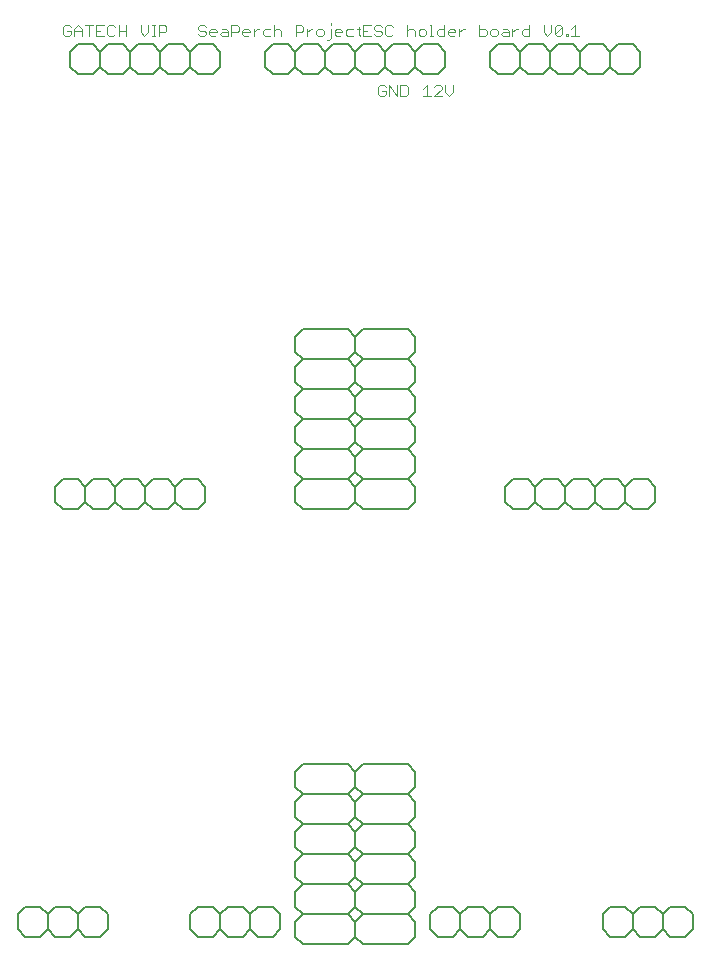
<source format=gto>
G75*
%MOIN*%
%OFA0B0*%
%FSLAX25Y25*%
%IPPOS*%
%LPD*%
%AMOC8*
5,1,8,0,0,1.08239X$1,22.5*
%
%ADD10C,0.00300*%
%ADD11C,0.00600*%
D10*
X0126267Y0290017D02*
X0127502Y0290017D01*
X0128119Y0290634D01*
X0128119Y0291868D01*
X0126884Y0291868D01*
X0125650Y0290634D02*
X0126267Y0290017D01*
X0125650Y0290634D02*
X0125650Y0293103D01*
X0126267Y0293720D01*
X0127502Y0293720D01*
X0128119Y0293103D01*
X0129333Y0293720D02*
X0131802Y0290017D01*
X0131802Y0293720D01*
X0133016Y0293720D02*
X0133016Y0290017D01*
X0134868Y0290017D01*
X0135485Y0290634D01*
X0135485Y0293103D01*
X0134868Y0293720D01*
X0133016Y0293720D01*
X0129333Y0293720D02*
X0129333Y0290017D01*
X0140650Y0290017D02*
X0143119Y0290017D01*
X0144333Y0290017D02*
X0146802Y0292485D01*
X0146802Y0293103D01*
X0146185Y0293720D01*
X0144950Y0293720D01*
X0144333Y0293103D01*
X0141884Y0293720D02*
X0141884Y0290017D01*
X0144333Y0290017D02*
X0146802Y0290017D01*
X0148016Y0291251D02*
X0149251Y0290017D01*
X0150485Y0291251D01*
X0150485Y0293720D01*
X0148016Y0293720D02*
X0148016Y0291251D01*
X0141884Y0293720D02*
X0140650Y0292485D01*
X0140917Y0310017D02*
X0141534Y0310634D01*
X0141534Y0311868D01*
X0140917Y0312485D01*
X0139683Y0312485D01*
X0139066Y0311868D01*
X0139066Y0310634D01*
X0139683Y0310017D01*
X0140917Y0310017D01*
X0142749Y0310017D02*
X0143983Y0310017D01*
X0143366Y0310017D02*
X0143366Y0313720D01*
X0142749Y0313720D01*
X0145204Y0311868D02*
X0145821Y0312485D01*
X0147673Y0312485D01*
X0147673Y0313720D02*
X0147673Y0310017D01*
X0145821Y0310017D01*
X0145204Y0310634D01*
X0145204Y0311868D01*
X0148887Y0311868D02*
X0149505Y0312485D01*
X0150739Y0312485D01*
X0151356Y0311868D01*
X0151356Y0311251D01*
X0148887Y0311251D01*
X0148887Y0310634D02*
X0148887Y0311868D01*
X0148887Y0310634D02*
X0149505Y0310017D01*
X0150739Y0310017D01*
X0152571Y0310017D02*
X0152571Y0312485D01*
X0152571Y0311251D02*
X0153805Y0312485D01*
X0154422Y0312485D01*
X0159323Y0312485D02*
X0161175Y0312485D01*
X0161792Y0311868D01*
X0161792Y0310634D01*
X0161175Y0310017D01*
X0159323Y0310017D01*
X0159323Y0313720D01*
X0163006Y0311868D02*
X0163006Y0310634D01*
X0163623Y0310017D01*
X0164858Y0310017D01*
X0165475Y0310634D01*
X0165475Y0311868D01*
X0164858Y0312485D01*
X0163623Y0312485D01*
X0163006Y0311868D01*
X0166689Y0310634D02*
X0167306Y0311251D01*
X0169158Y0311251D01*
X0169158Y0311868D02*
X0169158Y0310017D01*
X0167306Y0310017D01*
X0166689Y0310634D01*
X0167306Y0312485D02*
X0168541Y0312485D01*
X0169158Y0311868D01*
X0170372Y0311251D02*
X0171607Y0312485D01*
X0172224Y0312485D01*
X0173442Y0311868D02*
X0174059Y0312485D01*
X0175910Y0312485D01*
X0175910Y0313720D02*
X0175910Y0310017D01*
X0174059Y0310017D01*
X0173442Y0310634D01*
X0173442Y0311868D01*
X0170372Y0312485D02*
X0170372Y0310017D01*
X0180808Y0311251D02*
X0182042Y0310017D01*
X0183277Y0311251D01*
X0183277Y0313720D01*
X0184491Y0313103D02*
X0185108Y0313720D01*
X0186343Y0313720D01*
X0186960Y0313103D01*
X0184491Y0310634D01*
X0185108Y0310017D01*
X0186343Y0310017D01*
X0186960Y0310634D01*
X0186960Y0313103D01*
X0184491Y0313103D02*
X0184491Y0310634D01*
X0188174Y0310634D02*
X0188791Y0310634D01*
X0188791Y0310017D01*
X0188174Y0310017D01*
X0188174Y0310634D01*
X0190016Y0310017D02*
X0192485Y0310017D01*
X0191250Y0310017D02*
X0191250Y0313720D01*
X0190016Y0312485D01*
X0180808Y0313720D02*
X0180808Y0311251D01*
X0137851Y0311868D02*
X0137851Y0310017D01*
X0137851Y0311868D02*
X0137234Y0312485D01*
X0136000Y0312485D01*
X0135383Y0311868D01*
X0135383Y0310017D02*
X0135383Y0313720D01*
X0130485Y0313103D02*
X0129868Y0313720D01*
X0128633Y0313720D01*
X0128016Y0313103D01*
X0128016Y0310634D01*
X0128633Y0310017D01*
X0129868Y0310017D01*
X0130485Y0310634D01*
X0126802Y0310634D02*
X0126185Y0310017D01*
X0124950Y0310017D01*
X0124333Y0310634D01*
X0123119Y0310017D02*
X0120650Y0310017D01*
X0120650Y0313720D01*
X0123119Y0313720D01*
X0124333Y0313103D02*
X0124950Y0313720D01*
X0126185Y0313720D01*
X0126802Y0313103D01*
X0126185Y0311868D02*
X0126802Y0311251D01*
X0126802Y0310634D01*
X0126185Y0311868D02*
X0124950Y0311868D01*
X0124333Y0312485D01*
X0124333Y0313103D01*
X0121884Y0311868D02*
X0120650Y0311868D01*
X0119676Y0312485D02*
X0118442Y0312485D01*
X0119059Y0313103D02*
X0119059Y0310634D01*
X0119676Y0310017D01*
X0117227Y0310017D02*
X0115376Y0310017D01*
X0114759Y0310634D01*
X0114759Y0311868D01*
X0115376Y0312485D01*
X0117227Y0312485D01*
X0113544Y0311868D02*
X0113544Y0311251D01*
X0111075Y0311251D01*
X0111075Y0310634D02*
X0111075Y0311868D01*
X0111693Y0312485D01*
X0112927Y0312485D01*
X0113544Y0311868D01*
X0112927Y0310017D02*
X0111693Y0310017D01*
X0111075Y0310634D01*
X0109854Y0309399D02*
X0109854Y0312485D01*
X0109854Y0313720D02*
X0109854Y0314337D01*
X0107406Y0311868D02*
X0106788Y0312485D01*
X0105554Y0312485D01*
X0104937Y0311868D01*
X0104937Y0310634D01*
X0105554Y0310017D01*
X0106788Y0310017D01*
X0107406Y0310634D01*
X0107406Y0311868D01*
X0108620Y0308782D02*
X0109237Y0308782D01*
X0109854Y0309399D01*
X0103719Y0312485D02*
X0103102Y0312485D01*
X0101868Y0311251D01*
X0101868Y0310017D02*
X0101868Y0312485D01*
X0100653Y0311868D02*
X0100036Y0311251D01*
X0098184Y0311251D01*
X0098184Y0310017D02*
X0098184Y0313720D01*
X0100036Y0313720D01*
X0100653Y0313103D01*
X0100653Y0311868D01*
X0093287Y0311868D02*
X0093287Y0310017D01*
X0093287Y0311868D02*
X0092670Y0312485D01*
X0091435Y0312485D01*
X0090818Y0311868D01*
X0089604Y0312485D02*
X0087752Y0312485D01*
X0087135Y0311868D01*
X0087135Y0310634D01*
X0087752Y0310017D01*
X0089604Y0310017D01*
X0090818Y0310017D02*
X0090818Y0313720D01*
X0085917Y0312485D02*
X0085300Y0312485D01*
X0084066Y0311251D01*
X0082851Y0311251D02*
X0080383Y0311251D01*
X0080383Y0310634D02*
X0080383Y0311868D01*
X0081000Y0312485D01*
X0082234Y0312485D01*
X0082851Y0311868D01*
X0082851Y0311251D01*
X0082234Y0310017D02*
X0081000Y0310017D01*
X0080383Y0310634D01*
X0079168Y0311868D02*
X0078551Y0311251D01*
X0076699Y0311251D01*
X0075485Y0311251D02*
X0073633Y0311251D01*
X0073016Y0310634D01*
X0073633Y0310017D01*
X0075485Y0310017D01*
X0075485Y0311868D01*
X0074868Y0312485D01*
X0073633Y0312485D01*
X0071802Y0311868D02*
X0071802Y0311251D01*
X0069333Y0311251D01*
X0069333Y0310634D02*
X0069333Y0311868D01*
X0069950Y0312485D01*
X0071185Y0312485D01*
X0071802Y0311868D01*
X0071185Y0310017D02*
X0069950Y0310017D01*
X0069333Y0310634D01*
X0068119Y0310634D02*
X0067502Y0310017D01*
X0066267Y0310017D01*
X0065650Y0310634D01*
X0066267Y0311868D02*
X0065650Y0312485D01*
X0065650Y0313103D01*
X0066267Y0313720D01*
X0067502Y0313720D01*
X0068119Y0313103D01*
X0067502Y0311868D02*
X0068119Y0311251D01*
X0068119Y0310634D01*
X0067502Y0311868D02*
X0066267Y0311868D01*
X0076699Y0310017D02*
X0076699Y0313720D01*
X0078551Y0313720D01*
X0079168Y0313103D01*
X0079168Y0311868D01*
X0084066Y0312485D02*
X0084066Y0310017D01*
X0055039Y0311868D02*
X0054422Y0311251D01*
X0052571Y0311251D01*
X0052571Y0310017D02*
X0052571Y0313720D01*
X0054422Y0313720D01*
X0055039Y0313103D01*
X0055039Y0311868D01*
X0051350Y0310017D02*
X0050115Y0310017D01*
X0050732Y0310017D02*
X0050732Y0313720D01*
X0050115Y0313720D02*
X0051350Y0313720D01*
X0048901Y0313720D02*
X0048901Y0311251D01*
X0047666Y0310017D01*
X0046432Y0311251D01*
X0046432Y0313720D01*
X0041534Y0313720D02*
X0041534Y0310017D01*
X0041534Y0311868D02*
X0039066Y0311868D01*
X0037851Y0310634D02*
X0037234Y0310017D01*
X0036000Y0310017D01*
X0035383Y0310634D01*
X0035383Y0313103D01*
X0036000Y0313720D01*
X0037234Y0313720D01*
X0037851Y0313103D01*
X0039066Y0313720D02*
X0039066Y0310017D01*
X0034168Y0310017D02*
X0031699Y0310017D01*
X0031699Y0313720D01*
X0034168Y0313720D01*
X0032934Y0311868D02*
X0031699Y0311868D01*
X0030485Y0313720D02*
X0028016Y0313720D01*
X0029251Y0313720D02*
X0029251Y0310017D01*
X0026802Y0310017D02*
X0026802Y0312485D01*
X0025568Y0313720D01*
X0024333Y0312485D01*
X0024333Y0310017D01*
X0023119Y0310634D02*
X0023119Y0311868D01*
X0021884Y0311868D01*
X0020650Y0310634D02*
X0021267Y0310017D01*
X0022502Y0310017D01*
X0023119Y0310634D01*
X0024333Y0311868D02*
X0026802Y0311868D01*
X0023119Y0313103D02*
X0022502Y0313720D01*
X0021267Y0313720D01*
X0020650Y0313103D01*
X0020650Y0310634D01*
D11*
X0005500Y0012367D02*
X0008000Y0009867D01*
X0013000Y0009867D01*
X0015500Y0012367D01*
X0015500Y0017367D01*
X0013000Y0019867D01*
X0008000Y0019867D01*
X0005500Y0017367D01*
X0005500Y0012367D01*
X0015500Y0012367D02*
X0018000Y0009867D01*
X0023000Y0009867D01*
X0025500Y0012367D01*
X0025500Y0017367D01*
X0023000Y0019867D01*
X0018000Y0019867D01*
X0015500Y0017367D01*
X0025500Y0017367D02*
X0028000Y0019867D01*
X0033000Y0019867D01*
X0035500Y0017367D01*
X0035500Y0012367D01*
X0033000Y0009867D01*
X0028000Y0009867D01*
X0025500Y0012367D01*
X0063000Y0012367D02*
X0063000Y0017367D01*
X0065500Y0019867D01*
X0070500Y0019867D01*
X0073000Y0017367D01*
X0075500Y0019867D01*
X0080500Y0019867D01*
X0083000Y0017367D01*
X0085500Y0019867D01*
X0090500Y0019867D01*
X0093000Y0017367D01*
X0093000Y0012367D01*
X0090500Y0009867D01*
X0085500Y0009867D01*
X0083000Y0012367D01*
X0080500Y0009867D01*
X0075500Y0009867D01*
X0073000Y0012367D01*
X0070500Y0009867D01*
X0065500Y0009867D01*
X0063000Y0012367D01*
X0073000Y0012367D02*
X0073000Y0017367D01*
X0083000Y0017367D02*
X0083000Y0012367D01*
X0098000Y0014867D02*
X0098000Y0009867D01*
X0100500Y0007367D01*
X0115500Y0007367D01*
X0118000Y0009867D01*
X0118000Y0014867D01*
X0120500Y0017367D01*
X0135500Y0017367D01*
X0138000Y0014867D01*
X0138000Y0009867D01*
X0135500Y0007367D01*
X0120500Y0007367D01*
X0118000Y0009867D01*
X0118000Y0014867D01*
X0115500Y0017367D01*
X0100500Y0017367D01*
X0098000Y0014867D01*
X0100500Y0017367D02*
X0098000Y0019867D01*
X0098000Y0024867D01*
X0100500Y0027367D01*
X0115500Y0027367D01*
X0118000Y0024867D01*
X0118000Y0019867D01*
X0120500Y0017367D01*
X0118000Y0019867D02*
X0115500Y0017367D01*
X0118000Y0019867D02*
X0118000Y0024867D01*
X0120500Y0027367D01*
X0135500Y0027367D01*
X0138000Y0024867D01*
X0138000Y0019867D01*
X0135500Y0017367D01*
X0143000Y0017367D02*
X0143000Y0012367D01*
X0145500Y0009867D01*
X0150500Y0009867D01*
X0153000Y0012367D01*
X0153000Y0017367D01*
X0150500Y0019867D01*
X0145500Y0019867D01*
X0143000Y0017367D01*
X0135500Y0027367D02*
X0138000Y0029867D01*
X0138000Y0034867D01*
X0135500Y0037367D01*
X0120500Y0037367D01*
X0118000Y0034867D01*
X0118000Y0029867D01*
X0120500Y0027367D01*
X0118000Y0029867D02*
X0115500Y0027367D01*
X0118000Y0029867D02*
X0118000Y0034867D01*
X0115500Y0037367D01*
X0100500Y0037367D01*
X0098000Y0034867D01*
X0098000Y0029867D01*
X0100500Y0027367D01*
X0100500Y0037367D02*
X0098000Y0039867D01*
X0098000Y0044867D01*
X0100500Y0047367D01*
X0115500Y0047367D01*
X0118000Y0044867D01*
X0118000Y0039867D01*
X0120500Y0037367D01*
X0118000Y0039867D02*
X0115500Y0037367D01*
X0118000Y0039867D02*
X0118000Y0044867D01*
X0120500Y0047367D01*
X0135500Y0047367D01*
X0138000Y0044867D01*
X0138000Y0039867D01*
X0135500Y0037367D01*
X0135500Y0047367D02*
X0138000Y0049867D01*
X0138000Y0054867D01*
X0135500Y0057367D01*
X0120500Y0057367D01*
X0118000Y0054867D01*
X0118000Y0049867D01*
X0120500Y0047367D01*
X0118000Y0049867D02*
X0115500Y0047367D01*
X0118000Y0049867D02*
X0118000Y0054867D01*
X0115500Y0057367D01*
X0100500Y0057367D01*
X0098000Y0054867D01*
X0098000Y0049867D01*
X0100500Y0047367D01*
X0100500Y0057367D02*
X0098000Y0059867D01*
X0098000Y0064867D01*
X0100500Y0067367D01*
X0115500Y0067367D01*
X0118000Y0064867D01*
X0118000Y0059867D01*
X0120500Y0057367D01*
X0118000Y0059867D02*
X0115500Y0057367D01*
X0118000Y0059867D02*
X0118000Y0064867D01*
X0120500Y0067367D01*
X0135500Y0067367D01*
X0138000Y0064867D01*
X0138000Y0059867D01*
X0135500Y0057367D01*
X0155500Y0019867D02*
X0160500Y0019867D01*
X0163000Y0017367D01*
X0165500Y0019867D01*
X0170500Y0019867D01*
X0173000Y0017367D01*
X0173000Y0012367D01*
X0170500Y0009867D01*
X0165500Y0009867D01*
X0163000Y0012367D01*
X0160500Y0009867D01*
X0155500Y0009867D01*
X0153000Y0012367D01*
X0153000Y0017367D02*
X0155500Y0019867D01*
X0163000Y0017367D02*
X0163000Y0012367D01*
X0200500Y0012367D02*
X0200500Y0017367D01*
X0203000Y0019867D01*
X0208000Y0019867D01*
X0210500Y0017367D01*
X0213000Y0019867D01*
X0218000Y0019867D01*
X0220500Y0017367D01*
X0223000Y0019867D01*
X0228000Y0019867D01*
X0230500Y0017367D01*
X0230500Y0012367D01*
X0228000Y0009867D01*
X0223000Y0009867D01*
X0220500Y0012367D01*
X0218000Y0009867D01*
X0213000Y0009867D01*
X0210500Y0012367D01*
X0208000Y0009867D01*
X0203000Y0009867D01*
X0200500Y0012367D01*
X0210500Y0012367D02*
X0210500Y0017367D01*
X0220500Y0017367D02*
X0220500Y0012367D01*
X0215500Y0152367D02*
X0210500Y0152367D01*
X0208000Y0154867D01*
X0205500Y0152367D01*
X0200500Y0152367D01*
X0198000Y0154867D01*
X0195500Y0152367D01*
X0190500Y0152367D01*
X0188000Y0154867D01*
X0185500Y0152367D01*
X0180500Y0152367D01*
X0178000Y0154867D01*
X0175500Y0152367D01*
X0170500Y0152367D01*
X0168000Y0154867D01*
X0168000Y0159867D01*
X0170500Y0162367D01*
X0175500Y0162367D01*
X0178000Y0159867D01*
X0180500Y0162367D01*
X0185500Y0162367D01*
X0188000Y0159867D01*
X0188000Y0154867D01*
X0188000Y0159867D02*
X0190500Y0162367D01*
X0195500Y0162367D01*
X0198000Y0159867D01*
X0200500Y0162367D01*
X0205500Y0162367D01*
X0208000Y0159867D01*
X0210500Y0162367D01*
X0215500Y0162367D01*
X0218000Y0159867D01*
X0218000Y0154867D01*
X0215500Y0152367D01*
X0208000Y0154867D02*
X0208000Y0159867D01*
X0198000Y0159867D02*
X0198000Y0154867D01*
X0178000Y0154867D02*
X0178000Y0159867D01*
X0138000Y0159867D02*
X0138000Y0154867D01*
X0135500Y0152367D01*
X0120500Y0152367D01*
X0118000Y0154867D01*
X0118000Y0159867D01*
X0120500Y0162367D01*
X0135500Y0162367D01*
X0138000Y0159867D01*
X0135500Y0162367D02*
X0138000Y0164867D01*
X0138000Y0169867D01*
X0135500Y0172367D01*
X0120500Y0172367D01*
X0118000Y0169867D01*
X0118000Y0164867D01*
X0120500Y0162367D01*
X0118000Y0164867D02*
X0115500Y0162367D01*
X0118000Y0159867D01*
X0118000Y0154867D01*
X0115500Y0152367D01*
X0100500Y0152367D01*
X0098000Y0154867D01*
X0098000Y0159867D01*
X0100500Y0162367D01*
X0115500Y0162367D01*
X0118000Y0164867D02*
X0118000Y0169867D01*
X0115500Y0172367D01*
X0100500Y0172367D01*
X0098000Y0169867D01*
X0098000Y0164867D01*
X0100500Y0162367D01*
X0100500Y0172367D02*
X0098000Y0174867D01*
X0098000Y0179867D01*
X0100500Y0182367D01*
X0115500Y0182367D01*
X0118000Y0179867D01*
X0118000Y0174867D01*
X0120500Y0172367D01*
X0118000Y0174867D02*
X0115500Y0172367D01*
X0118000Y0174867D02*
X0118000Y0179867D01*
X0120500Y0182367D01*
X0135500Y0182367D01*
X0138000Y0179867D01*
X0138000Y0174867D01*
X0135500Y0172367D01*
X0135500Y0182367D02*
X0138000Y0184867D01*
X0138000Y0189867D01*
X0135500Y0192367D01*
X0120500Y0192367D01*
X0118000Y0189867D01*
X0118000Y0184867D01*
X0120500Y0182367D01*
X0118000Y0184867D02*
X0115500Y0182367D01*
X0118000Y0184867D02*
X0118000Y0189867D01*
X0115500Y0192367D01*
X0100500Y0192367D01*
X0098000Y0189867D01*
X0098000Y0184867D01*
X0100500Y0182367D01*
X0100500Y0192367D02*
X0098000Y0194867D01*
X0098000Y0199867D01*
X0100500Y0202367D01*
X0115500Y0202367D01*
X0118000Y0199867D01*
X0118000Y0194867D01*
X0120500Y0192367D01*
X0118000Y0194867D02*
X0115500Y0192367D01*
X0118000Y0194867D02*
X0118000Y0199867D01*
X0120500Y0202367D01*
X0135500Y0202367D01*
X0138000Y0199867D01*
X0138000Y0194867D01*
X0135500Y0192367D01*
X0135500Y0202367D02*
X0138000Y0204867D01*
X0138000Y0209867D01*
X0135500Y0212367D01*
X0120500Y0212367D01*
X0118000Y0209867D01*
X0118000Y0204867D01*
X0120500Y0202367D01*
X0118000Y0204867D02*
X0115500Y0202367D01*
X0118000Y0204867D02*
X0118000Y0209867D01*
X0115500Y0212367D01*
X0100500Y0212367D01*
X0098000Y0209867D01*
X0098000Y0204867D01*
X0100500Y0202367D01*
X0065500Y0162367D02*
X0068000Y0159867D01*
X0068000Y0154867D01*
X0065500Y0152367D01*
X0060500Y0152367D01*
X0058000Y0154867D01*
X0055500Y0152367D01*
X0050500Y0152367D01*
X0048000Y0154867D01*
X0045500Y0152367D01*
X0040500Y0152367D01*
X0038000Y0154867D01*
X0035500Y0152367D01*
X0030500Y0152367D01*
X0028000Y0154867D01*
X0025500Y0152367D01*
X0020500Y0152367D01*
X0018000Y0154867D01*
X0018000Y0159867D01*
X0020500Y0162367D01*
X0025500Y0162367D01*
X0028000Y0159867D01*
X0030500Y0162367D01*
X0035500Y0162367D01*
X0038000Y0159867D01*
X0038000Y0154867D01*
X0038000Y0159867D02*
X0040500Y0162367D01*
X0045500Y0162367D01*
X0048000Y0159867D01*
X0050500Y0162367D01*
X0055500Y0162367D01*
X0058000Y0159867D01*
X0060500Y0162367D01*
X0065500Y0162367D01*
X0058000Y0159867D02*
X0058000Y0154867D01*
X0048000Y0154867D02*
X0048000Y0159867D01*
X0028000Y0159867D02*
X0028000Y0154867D01*
X0025500Y0297367D02*
X0023000Y0299867D01*
X0023000Y0304867D01*
X0025500Y0307367D01*
X0030500Y0307367D01*
X0033000Y0304867D01*
X0035500Y0307367D01*
X0040500Y0307367D01*
X0043000Y0304867D01*
X0043000Y0299867D01*
X0040500Y0297367D01*
X0035500Y0297367D01*
X0033000Y0299867D01*
X0030500Y0297367D01*
X0025500Y0297367D01*
X0033000Y0299867D02*
X0033000Y0304867D01*
X0043000Y0304867D02*
X0045500Y0307367D01*
X0050500Y0307367D01*
X0053000Y0304867D01*
X0055500Y0307367D01*
X0060500Y0307367D01*
X0063000Y0304867D01*
X0065500Y0307367D01*
X0070500Y0307367D01*
X0073000Y0304867D01*
X0073000Y0299867D01*
X0070500Y0297367D01*
X0065500Y0297367D01*
X0063000Y0299867D01*
X0060500Y0297367D01*
X0055500Y0297367D01*
X0053000Y0299867D01*
X0050500Y0297367D01*
X0045500Y0297367D01*
X0043000Y0299867D01*
X0053000Y0299867D02*
X0053000Y0304867D01*
X0063000Y0304867D02*
X0063000Y0299867D01*
X0088000Y0299867D02*
X0088000Y0304867D01*
X0090500Y0307367D01*
X0095500Y0307367D01*
X0098000Y0304867D01*
X0100500Y0307367D01*
X0105500Y0307367D01*
X0108000Y0304867D01*
X0110500Y0307367D01*
X0115500Y0307367D01*
X0118000Y0304867D01*
X0120500Y0307367D01*
X0125500Y0307367D01*
X0128000Y0304867D01*
X0130500Y0307367D01*
X0135500Y0307367D01*
X0138000Y0304867D01*
X0140500Y0307367D01*
X0145500Y0307367D01*
X0148000Y0304867D01*
X0148000Y0299867D01*
X0145500Y0297367D01*
X0140500Y0297367D01*
X0138000Y0299867D01*
X0135500Y0297367D01*
X0130500Y0297367D01*
X0128000Y0299867D01*
X0128000Y0304867D01*
X0128000Y0299867D01*
X0125500Y0297367D01*
X0120500Y0297367D01*
X0118000Y0299867D01*
X0115500Y0297367D01*
X0110500Y0297367D01*
X0108000Y0299867D01*
X0108000Y0304867D01*
X0108000Y0299867D02*
X0105500Y0297367D01*
X0100500Y0297367D01*
X0098000Y0299867D01*
X0095500Y0297367D01*
X0090500Y0297367D01*
X0088000Y0299867D01*
X0098000Y0299867D02*
X0098000Y0304867D01*
X0118000Y0304867D02*
X0118000Y0299867D01*
X0138000Y0299867D02*
X0138000Y0304867D01*
X0163000Y0304867D02*
X0163000Y0299867D01*
X0165500Y0297367D01*
X0170500Y0297367D01*
X0173000Y0299867D01*
X0175500Y0297367D01*
X0180500Y0297367D01*
X0183000Y0299867D01*
X0183000Y0304867D01*
X0180500Y0307367D01*
X0175500Y0307367D01*
X0173000Y0304867D01*
X0173000Y0299867D01*
X0173000Y0304867D02*
X0170500Y0307367D01*
X0165500Y0307367D01*
X0163000Y0304867D01*
X0183000Y0304867D02*
X0185500Y0307367D01*
X0190500Y0307367D01*
X0193000Y0304867D01*
X0195500Y0307367D01*
X0200500Y0307367D01*
X0203000Y0304867D01*
X0205500Y0307367D01*
X0210500Y0307367D01*
X0213000Y0304867D01*
X0213000Y0299867D01*
X0210500Y0297367D01*
X0205500Y0297367D01*
X0203000Y0299867D01*
X0200500Y0297367D01*
X0195500Y0297367D01*
X0193000Y0299867D01*
X0190500Y0297367D01*
X0185500Y0297367D01*
X0183000Y0299867D01*
X0193000Y0299867D02*
X0193000Y0304867D01*
X0203000Y0304867D02*
X0203000Y0299867D01*
M02*

</source>
